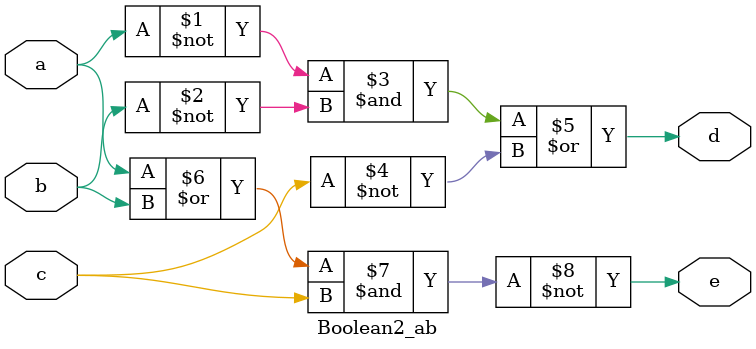
<source format=v>
`timescale 1ns / 1ps

module Boolean2_ab (a, b, c, d, e);
    input a, b, c;
    output d, e;

    assign d = ((~a)&(~b))|(~c);
    assign e = ~((a|b)&c);
    
endmodule

</source>
